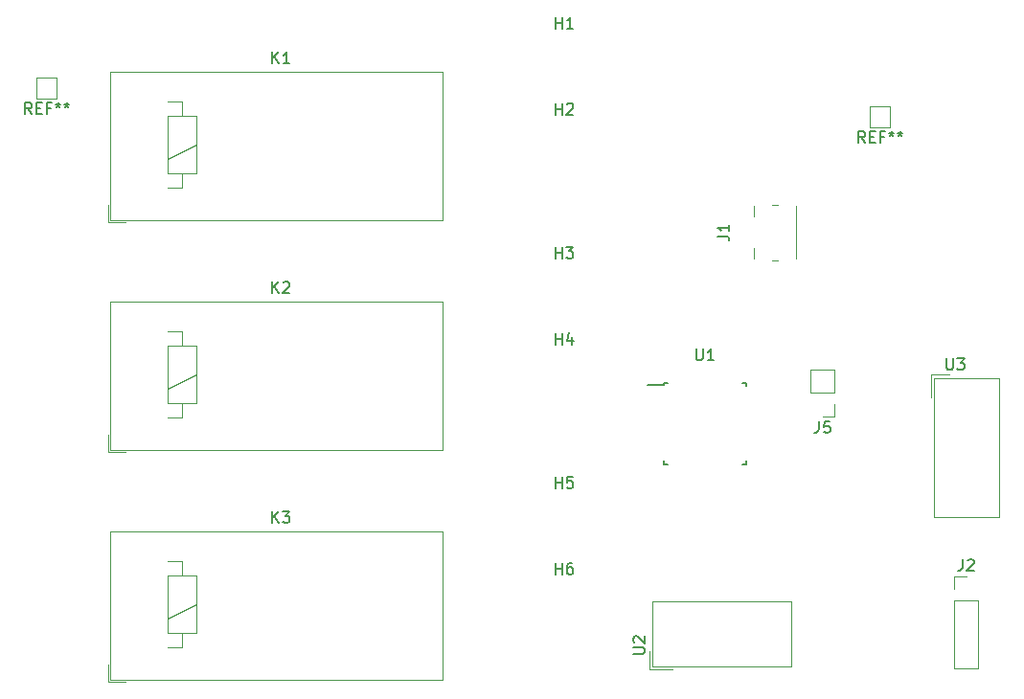
<source format=gbr>
%TF.GenerationSoftware,KiCad,Pcbnew,7.0.9*%
%TF.CreationDate,2023-12-03T00:18:19-03:00*%
%TF.ProjectId,E3,45332e6b-6963-4616-945f-706362585858,rev?*%
%TF.SameCoordinates,Original*%
%TF.FileFunction,Legend,Top*%
%TF.FilePolarity,Positive*%
%FSLAX46Y46*%
G04 Gerber Fmt 4.6, Leading zero omitted, Abs format (unit mm)*
G04 Created by KiCad (PCBNEW 7.0.9) date 2023-12-03 00:18:19*
%MOMM*%
%LPD*%
G01*
G04 APERTURE LIST*
%ADD10C,0.150000*%
%ADD11C,0.120000*%
%ADD12C,0.100000*%
G04 APERTURE END LIST*
D10*
X156146666Y-47974819D02*
X155813333Y-47498628D01*
X155575238Y-47974819D02*
X155575238Y-46974819D01*
X155575238Y-46974819D02*
X155956190Y-46974819D01*
X155956190Y-46974819D02*
X156051428Y-47022438D01*
X156051428Y-47022438D02*
X156099047Y-47070057D01*
X156099047Y-47070057D02*
X156146666Y-47165295D01*
X156146666Y-47165295D02*
X156146666Y-47308152D01*
X156146666Y-47308152D02*
X156099047Y-47403390D01*
X156099047Y-47403390D02*
X156051428Y-47451009D01*
X156051428Y-47451009D02*
X155956190Y-47498628D01*
X155956190Y-47498628D02*
X155575238Y-47498628D01*
X156575238Y-47451009D02*
X156908571Y-47451009D01*
X157051428Y-47974819D02*
X156575238Y-47974819D01*
X156575238Y-47974819D02*
X156575238Y-46974819D01*
X156575238Y-46974819D02*
X157051428Y-46974819D01*
X157813333Y-47451009D02*
X157480000Y-47451009D01*
X157480000Y-47974819D02*
X157480000Y-46974819D01*
X157480000Y-46974819D02*
X157956190Y-46974819D01*
X158480000Y-46974819D02*
X158480000Y-47212914D01*
X158241905Y-47117676D02*
X158480000Y-47212914D01*
X158480000Y-47212914D02*
X158718095Y-47117676D01*
X158337143Y-47403390D02*
X158480000Y-47212914D01*
X158480000Y-47212914D02*
X158622857Y-47403390D01*
X159241905Y-46974819D02*
X159241905Y-47212914D01*
X159003810Y-47117676D02*
X159241905Y-47212914D01*
X159241905Y-47212914D02*
X159480000Y-47117676D01*
X159099048Y-47403390D02*
X159241905Y-47212914D01*
X159241905Y-47212914D02*
X159384762Y-47403390D01*
X82486666Y-45434819D02*
X82153333Y-44958628D01*
X81915238Y-45434819D02*
X81915238Y-44434819D01*
X81915238Y-44434819D02*
X82296190Y-44434819D01*
X82296190Y-44434819D02*
X82391428Y-44482438D01*
X82391428Y-44482438D02*
X82439047Y-44530057D01*
X82439047Y-44530057D02*
X82486666Y-44625295D01*
X82486666Y-44625295D02*
X82486666Y-44768152D01*
X82486666Y-44768152D02*
X82439047Y-44863390D01*
X82439047Y-44863390D02*
X82391428Y-44911009D01*
X82391428Y-44911009D02*
X82296190Y-44958628D01*
X82296190Y-44958628D02*
X81915238Y-44958628D01*
X82915238Y-44911009D02*
X83248571Y-44911009D01*
X83391428Y-45434819D02*
X82915238Y-45434819D01*
X82915238Y-45434819D02*
X82915238Y-44434819D01*
X82915238Y-44434819D02*
X83391428Y-44434819D01*
X84153333Y-44911009D02*
X83820000Y-44911009D01*
X83820000Y-45434819D02*
X83820000Y-44434819D01*
X83820000Y-44434819D02*
X84296190Y-44434819D01*
X84820000Y-44434819D02*
X84820000Y-44672914D01*
X84581905Y-44577676D02*
X84820000Y-44672914D01*
X84820000Y-44672914D02*
X85058095Y-44577676D01*
X84677143Y-44863390D02*
X84820000Y-44672914D01*
X84820000Y-44672914D02*
X84962857Y-44863390D01*
X85581905Y-44434819D02*
X85581905Y-44672914D01*
X85343810Y-44577676D02*
X85581905Y-44672914D01*
X85581905Y-44672914D02*
X85820000Y-44577676D01*
X85439048Y-44863390D02*
X85581905Y-44672914D01*
X85581905Y-44672914D02*
X85724762Y-44863390D01*
X163338095Y-67074819D02*
X163338095Y-67884342D01*
X163338095Y-67884342D02*
X163385714Y-67979580D01*
X163385714Y-67979580D02*
X163433333Y-68027200D01*
X163433333Y-68027200D02*
X163528571Y-68074819D01*
X163528571Y-68074819D02*
X163719047Y-68074819D01*
X163719047Y-68074819D02*
X163814285Y-68027200D01*
X163814285Y-68027200D02*
X163861904Y-67979580D01*
X163861904Y-67979580D02*
X163909523Y-67884342D01*
X163909523Y-67884342D02*
X163909523Y-67074819D01*
X164290476Y-67074819D02*
X164909523Y-67074819D01*
X164909523Y-67074819D02*
X164576190Y-67455771D01*
X164576190Y-67455771D02*
X164719047Y-67455771D01*
X164719047Y-67455771D02*
X164814285Y-67503390D01*
X164814285Y-67503390D02*
X164861904Y-67551009D01*
X164861904Y-67551009D02*
X164909523Y-67646247D01*
X164909523Y-67646247D02*
X164909523Y-67884342D01*
X164909523Y-67884342D02*
X164861904Y-67979580D01*
X164861904Y-67979580D02*
X164814285Y-68027200D01*
X164814285Y-68027200D02*
X164719047Y-68074819D01*
X164719047Y-68074819D02*
X164433333Y-68074819D01*
X164433333Y-68074819D02*
X164338095Y-68027200D01*
X164338095Y-68027200D02*
X164290476Y-67979580D01*
X135654819Y-93201904D02*
X136464342Y-93201904D01*
X136464342Y-93201904D02*
X136559580Y-93154285D01*
X136559580Y-93154285D02*
X136607200Y-93106666D01*
X136607200Y-93106666D02*
X136654819Y-93011428D01*
X136654819Y-93011428D02*
X136654819Y-92820952D01*
X136654819Y-92820952D02*
X136607200Y-92725714D01*
X136607200Y-92725714D02*
X136559580Y-92678095D01*
X136559580Y-92678095D02*
X136464342Y-92630476D01*
X136464342Y-92630476D02*
X135654819Y-92630476D01*
X135750057Y-92201904D02*
X135702438Y-92154285D01*
X135702438Y-92154285D02*
X135654819Y-92059047D01*
X135654819Y-92059047D02*
X135654819Y-91820952D01*
X135654819Y-91820952D02*
X135702438Y-91725714D01*
X135702438Y-91725714D02*
X135750057Y-91678095D01*
X135750057Y-91678095D02*
X135845295Y-91630476D01*
X135845295Y-91630476D02*
X135940533Y-91630476D01*
X135940533Y-91630476D02*
X136083390Y-91678095D01*
X136083390Y-91678095D02*
X136654819Y-92249523D01*
X136654819Y-92249523D02*
X136654819Y-91630476D01*
X141218095Y-66234819D02*
X141218095Y-67044342D01*
X141218095Y-67044342D02*
X141265714Y-67139580D01*
X141265714Y-67139580D02*
X141313333Y-67187200D01*
X141313333Y-67187200D02*
X141408571Y-67234819D01*
X141408571Y-67234819D02*
X141599047Y-67234819D01*
X141599047Y-67234819D02*
X141694285Y-67187200D01*
X141694285Y-67187200D02*
X141741904Y-67139580D01*
X141741904Y-67139580D02*
X141789523Y-67044342D01*
X141789523Y-67044342D02*
X141789523Y-66234819D01*
X142789523Y-67234819D02*
X142218095Y-67234819D01*
X142503809Y-67234819D02*
X142503809Y-66234819D01*
X142503809Y-66234819D02*
X142408571Y-66377676D01*
X142408571Y-66377676D02*
X142313333Y-66472914D01*
X142313333Y-66472914D02*
X142218095Y-66520533D01*
X103751905Y-81604819D02*
X103751905Y-80604819D01*
X104323333Y-81604819D02*
X103894762Y-81033390D01*
X104323333Y-80604819D02*
X103751905Y-81176247D01*
X104656667Y-80604819D02*
X105275714Y-80604819D01*
X105275714Y-80604819D02*
X104942381Y-80985771D01*
X104942381Y-80985771D02*
X105085238Y-80985771D01*
X105085238Y-80985771D02*
X105180476Y-81033390D01*
X105180476Y-81033390D02*
X105228095Y-81081009D01*
X105228095Y-81081009D02*
X105275714Y-81176247D01*
X105275714Y-81176247D02*
X105275714Y-81414342D01*
X105275714Y-81414342D02*
X105228095Y-81509580D01*
X105228095Y-81509580D02*
X105180476Y-81557200D01*
X105180476Y-81557200D02*
X105085238Y-81604819D01*
X105085238Y-81604819D02*
X104799524Y-81604819D01*
X104799524Y-81604819D02*
X104704286Y-81557200D01*
X104704286Y-81557200D02*
X104656667Y-81509580D01*
X103751905Y-61284819D02*
X103751905Y-60284819D01*
X104323333Y-61284819D02*
X103894762Y-60713390D01*
X104323333Y-60284819D02*
X103751905Y-60856247D01*
X104704286Y-60380057D02*
X104751905Y-60332438D01*
X104751905Y-60332438D02*
X104847143Y-60284819D01*
X104847143Y-60284819D02*
X105085238Y-60284819D01*
X105085238Y-60284819D02*
X105180476Y-60332438D01*
X105180476Y-60332438D02*
X105228095Y-60380057D01*
X105228095Y-60380057D02*
X105275714Y-60475295D01*
X105275714Y-60475295D02*
X105275714Y-60570533D01*
X105275714Y-60570533D02*
X105228095Y-60713390D01*
X105228095Y-60713390D02*
X104656667Y-61284819D01*
X104656667Y-61284819D02*
X105275714Y-61284819D01*
X103751905Y-40964819D02*
X103751905Y-39964819D01*
X104323333Y-40964819D02*
X103894762Y-40393390D01*
X104323333Y-39964819D02*
X103751905Y-40536247D01*
X105275714Y-40964819D02*
X104704286Y-40964819D01*
X104990000Y-40964819D02*
X104990000Y-39964819D01*
X104990000Y-39964819D02*
X104894762Y-40107676D01*
X104894762Y-40107676D02*
X104799524Y-40202914D01*
X104799524Y-40202914D02*
X104704286Y-40250533D01*
X152066666Y-72634819D02*
X152066666Y-73349104D01*
X152066666Y-73349104D02*
X152019047Y-73491961D01*
X152019047Y-73491961D02*
X151923809Y-73587200D01*
X151923809Y-73587200D02*
X151780952Y-73634819D01*
X151780952Y-73634819D02*
X151685714Y-73634819D01*
X153019047Y-72634819D02*
X152542857Y-72634819D01*
X152542857Y-72634819D02*
X152495238Y-73111009D01*
X152495238Y-73111009D02*
X152542857Y-73063390D01*
X152542857Y-73063390D02*
X152638095Y-73015771D01*
X152638095Y-73015771D02*
X152876190Y-73015771D01*
X152876190Y-73015771D02*
X152971428Y-73063390D01*
X152971428Y-73063390D02*
X153019047Y-73111009D01*
X153019047Y-73111009D02*
X153066666Y-73206247D01*
X153066666Y-73206247D02*
X153066666Y-73444342D01*
X153066666Y-73444342D02*
X153019047Y-73539580D01*
X153019047Y-73539580D02*
X152971428Y-73587200D01*
X152971428Y-73587200D02*
X152876190Y-73634819D01*
X152876190Y-73634819D02*
X152638095Y-73634819D01*
X152638095Y-73634819D02*
X152542857Y-73587200D01*
X152542857Y-73587200D02*
X152495238Y-73539580D01*
X164766666Y-84834819D02*
X164766666Y-85549104D01*
X164766666Y-85549104D02*
X164719047Y-85691961D01*
X164719047Y-85691961D02*
X164623809Y-85787200D01*
X164623809Y-85787200D02*
X164480952Y-85834819D01*
X164480952Y-85834819D02*
X164385714Y-85834819D01*
X165195238Y-84930057D02*
X165242857Y-84882438D01*
X165242857Y-84882438D02*
X165338095Y-84834819D01*
X165338095Y-84834819D02*
X165576190Y-84834819D01*
X165576190Y-84834819D02*
X165671428Y-84882438D01*
X165671428Y-84882438D02*
X165719047Y-84930057D01*
X165719047Y-84930057D02*
X165766666Y-85025295D01*
X165766666Y-85025295D02*
X165766666Y-85120533D01*
X165766666Y-85120533D02*
X165719047Y-85263390D01*
X165719047Y-85263390D02*
X165147619Y-85834819D01*
X165147619Y-85834819D02*
X165766666Y-85834819D01*
X143124819Y-56248333D02*
X143839104Y-56248333D01*
X143839104Y-56248333D02*
X143981961Y-56295952D01*
X143981961Y-56295952D02*
X144077200Y-56391190D01*
X144077200Y-56391190D02*
X144124819Y-56534047D01*
X144124819Y-56534047D02*
X144124819Y-56629285D01*
X144124819Y-55248333D02*
X144124819Y-55819761D01*
X144124819Y-55534047D02*
X143124819Y-55534047D01*
X143124819Y-55534047D02*
X143267676Y-55629285D01*
X143267676Y-55629285D02*
X143362914Y-55724523D01*
X143362914Y-55724523D02*
X143410533Y-55819761D01*
X128778095Y-86154819D02*
X128778095Y-85154819D01*
X128778095Y-85631009D02*
X129349523Y-85631009D01*
X129349523Y-86154819D02*
X129349523Y-85154819D01*
X130254285Y-85154819D02*
X130063809Y-85154819D01*
X130063809Y-85154819D02*
X129968571Y-85202438D01*
X129968571Y-85202438D02*
X129920952Y-85250057D01*
X129920952Y-85250057D02*
X129825714Y-85392914D01*
X129825714Y-85392914D02*
X129778095Y-85583390D01*
X129778095Y-85583390D02*
X129778095Y-85964342D01*
X129778095Y-85964342D02*
X129825714Y-86059580D01*
X129825714Y-86059580D02*
X129873333Y-86107200D01*
X129873333Y-86107200D02*
X129968571Y-86154819D01*
X129968571Y-86154819D02*
X130159047Y-86154819D01*
X130159047Y-86154819D02*
X130254285Y-86107200D01*
X130254285Y-86107200D02*
X130301904Y-86059580D01*
X130301904Y-86059580D02*
X130349523Y-85964342D01*
X130349523Y-85964342D02*
X130349523Y-85726247D01*
X130349523Y-85726247D02*
X130301904Y-85631009D01*
X130301904Y-85631009D02*
X130254285Y-85583390D01*
X130254285Y-85583390D02*
X130159047Y-85535771D01*
X130159047Y-85535771D02*
X129968571Y-85535771D01*
X129968571Y-85535771D02*
X129873333Y-85583390D01*
X129873333Y-85583390D02*
X129825714Y-85631009D01*
X129825714Y-85631009D02*
X129778095Y-85726247D01*
X128778095Y-78534819D02*
X128778095Y-77534819D01*
X128778095Y-78011009D02*
X129349523Y-78011009D01*
X129349523Y-78534819D02*
X129349523Y-77534819D01*
X130301904Y-77534819D02*
X129825714Y-77534819D01*
X129825714Y-77534819D02*
X129778095Y-78011009D01*
X129778095Y-78011009D02*
X129825714Y-77963390D01*
X129825714Y-77963390D02*
X129920952Y-77915771D01*
X129920952Y-77915771D02*
X130159047Y-77915771D01*
X130159047Y-77915771D02*
X130254285Y-77963390D01*
X130254285Y-77963390D02*
X130301904Y-78011009D01*
X130301904Y-78011009D02*
X130349523Y-78106247D01*
X130349523Y-78106247D02*
X130349523Y-78344342D01*
X130349523Y-78344342D02*
X130301904Y-78439580D01*
X130301904Y-78439580D02*
X130254285Y-78487200D01*
X130254285Y-78487200D02*
X130159047Y-78534819D01*
X130159047Y-78534819D02*
X129920952Y-78534819D01*
X129920952Y-78534819D02*
X129825714Y-78487200D01*
X129825714Y-78487200D02*
X129778095Y-78439580D01*
X128778095Y-65834819D02*
X128778095Y-64834819D01*
X128778095Y-65311009D02*
X129349523Y-65311009D01*
X129349523Y-65834819D02*
X129349523Y-64834819D01*
X130254285Y-65168152D02*
X130254285Y-65834819D01*
X130016190Y-64787200D02*
X129778095Y-65501485D01*
X129778095Y-65501485D02*
X130397142Y-65501485D01*
X128778095Y-58214819D02*
X128778095Y-57214819D01*
X128778095Y-57691009D02*
X129349523Y-57691009D01*
X129349523Y-58214819D02*
X129349523Y-57214819D01*
X129730476Y-57214819D02*
X130349523Y-57214819D01*
X130349523Y-57214819D02*
X130016190Y-57595771D01*
X130016190Y-57595771D02*
X130159047Y-57595771D01*
X130159047Y-57595771D02*
X130254285Y-57643390D01*
X130254285Y-57643390D02*
X130301904Y-57691009D01*
X130301904Y-57691009D02*
X130349523Y-57786247D01*
X130349523Y-57786247D02*
X130349523Y-58024342D01*
X130349523Y-58024342D02*
X130301904Y-58119580D01*
X130301904Y-58119580D02*
X130254285Y-58167200D01*
X130254285Y-58167200D02*
X130159047Y-58214819D01*
X130159047Y-58214819D02*
X129873333Y-58214819D01*
X129873333Y-58214819D02*
X129778095Y-58167200D01*
X129778095Y-58167200D02*
X129730476Y-58119580D01*
X128778095Y-45514819D02*
X128778095Y-44514819D01*
X128778095Y-44991009D02*
X129349523Y-44991009D01*
X129349523Y-45514819D02*
X129349523Y-44514819D01*
X129778095Y-44610057D02*
X129825714Y-44562438D01*
X129825714Y-44562438D02*
X129920952Y-44514819D01*
X129920952Y-44514819D02*
X130159047Y-44514819D01*
X130159047Y-44514819D02*
X130254285Y-44562438D01*
X130254285Y-44562438D02*
X130301904Y-44610057D01*
X130301904Y-44610057D02*
X130349523Y-44705295D01*
X130349523Y-44705295D02*
X130349523Y-44800533D01*
X130349523Y-44800533D02*
X130301904Y-44943390D01*
X130301904Y-44943390D02*
X129730476Y-45514819D01*
X129730476Y-45514819D02*
X130349523Y-45514819D01*
X128778095Y-37894819D02*
X128778095Y-36894819D01*
X128778095Y-37371009D02*
X129349523Y-37371009D01*
X129349523Y-37894819D02*
X129349523Y-36894819D01*
X130349523Y-37894819D02*
X129778095Y-37894819D01*
X130063809Y-37894819D02*
X130063809Y-36894819D01*
X130063809Y-36894819D02*
X129968571Y-37037676D01*
X129968571Y-37037676D02*
X129873333Y-37132914D01*
X129873333Y-37132914D02*
X129778095Y-37180533D01*
D11*
%TO.C,REF\u002A\u002A*%
X158380000Y-44820000D02*
X158380000Y-44770000D01*
X158380000Y-44770000D02*
X156530000Y-44770000D01*
X158380000Y-46670000D02*
X158380000Y-44820000D01*
X156530000Y-46670000D02*
X158380000Y-46670000D01*
X156530000Y-44770000D02*
X156530000Y-46670000D01*
X84720000Y-42280000D02*
X84720000Y-42230000D01*
X84720000Y-42230000D02*
X82870000Y-42230000D01*
X84720000Y-44130000D02*
X84720000Y-42280000D01*
X82870000Y-44130000D02*
X84720000Y-44130000D01*
X82870000Y-42230000D02*
X82870000Y-44130000D01*
%TO.C,U3*%
X167980000Y-81060000D02*
X162220000Y-81060000D01*
X167980000Y-68800000D02*
X167980000Y-81060000D01*
X162230000Y-68800000D02*
X167970000Y-68800000D01*
X161940000Y-68520000D02*
X163550000Y-68520000D01*
X162220000Y-81060000D02*
X162220000Y-68810000D01*
X161940000Y-68520000D02*
X161940000Y-70520000D01*
%TO.C,U2*%
X149640000Y-88560000D02*
X149640000Y-94320000D01*
X137380000Y-88560000D02*
X149640000Y-88560000D01*
X137380000Y-94310000D02*
X137380000Y-88570000D01*
X137100000Y-94600000D02*
X137100000Y-92990000D01*
X149640000Y-94320000D02*
X137390000Y-94320000D01*
X137100000Y-94600000D02*
X139100000Y-94600000D01*
D10*
%TO.C,U1*%
X138355000Y-76455000D02*
X138680000Y-76455000D01*
X138355000Y-69205000D02*
X138355000Y-69430000D01*
X138355000Y-69205000D02*
X138680000Y-69205000D01*
X145605000Y-69205000D02*
X145280000Y-69205000D01*
X145605000Y-69205000D02*
X145605000Y-69530000D01*
X145605000Y-76455000D02*
X145605000Y-76130000D01*
X145605000Y-76455000D02*
X145280000Y-76455000D01*
X138355000Y-76455000D02*
X138355000Y-76130000D01*
X138355000Y-69430000D02*
X136930000Y-69430000D01*
D11*
%TO.C,K3*%
X89240000Y-95650000D02*
X90740000Y-95650000D01*
X97070000Y-86300000D02*
X94530000Y-86300000D01*
X97070000Y-91380000D02*
X97070000Y-86300000D01*
X95800000Y-91380000D02*
X97070000Y-91380000D01*
X118840000Y-95450000D02*
X118840000Y-82350000D01*
X89240000Y-94150000D02*
X89240000Y-95650000D01*
D12*
X94530000Y-90110000D02*
X97070000Y-88840000D01*
D11*
X95800000Y-92650000D02*
X95800000Y-91380000D01*
X118840000Y-82350000D02*
X89440000Y-82350000D01*
X89440000Y-95450000D02*
X118840000Y-95450000D01*
X89440000Y-82350000D02*
X89440000Y-95450000D01*
X94530000Y-86300000D02*
X94530000Y-91380000D01*
X94530000Y-92650000D02*
X95800000Y-92650000D01*
X95800000Y-86300000D02*
X95800000Y-85030000D01*
X95800000Y-85030000D02*
X94530000Y-85030000D01*
X94530000Y-91380000D02*
X95800000Y-91380000D01*
%TO.C,K2*%
X89240000Y-75330000D02*
X90740000Y-75330000D01*
X97070000Y-65980000D02*
X94530000Y-65980000D01*
X97070000Y-71060000D02*
X97070000Y-65980000D01*
X95800000Y-71060000D02*
X97070000Y-71060000D01*
X118840000Y-75130000D02*
X118840000Y-62030000D01*
X89240000Y-73830000D02*
X89240000Y-75330000D01*
D12*
X94530000Y-69790000D02*
X97070000Y-68520000D01*
D11*
X95800000Y-72330000D02*
X95800000Y-71060000D01*
X118840000Y-62030000D02*
X89440000Y-62030000D01*
X89440000Y-75130000D02*
X118840000Y-75130000D01*
X89440000Y-62030000D02*
X89440000Y-75130000D01*
X94530000Y-65980000D02*
X94530000Y-71060000D01*
X94530000Y-72330000D02*
X95800000Y-72330000D01*
X95800000Y-65980000D02*
X95800000Y-64710000D01*
X95800000Y-64710000D02*
X94530000Y-64710000D01*
X94530000Y-71060000D02*
X95800000Y-71060000D01*
%TO.C,K1*%
X89240000Y-55010000D02*
X90740000Y-55010000D01*
X97070000Y-45660000D02*
X94530000Y-45660000D01*
X97070000Y-50740000D02*
X97070000Y-45660000D01*
X95800000Y-50740000D02*
X97070000Y-50740000D01*
X118840000Y-54810000D02*
X118840000Y-41710000D01*
X89240000Y-53510000D02*
X89240000Y-55010000D01*
D12*
X94530000Y-49470000D02*
X97070000Y-48200000D01*
D11*
X95800000Y-52010000D02*
X95800000Y-50740000D01*
X118840000Y-41710000D02*
X89440000Y-41710000D01*
X89440000Y-54810000D02*
X118840000Y-54810000D01*
X89440000Y-41710000D02*
X89440000Y-54810000D01*
X94530000Y-45660000D02*
X94530000Y-50740000D01*
X94530000Y-52010000D02*
X95800000Y-52010000D01*
X95800000Y-45660000D02*
X95800000Y-44390000D01*
X95800000Y-44390000D02*
X94530000Y-44390000D01*
X94530000Y-50740000D02*
X95800000Y-50740000D01*
%TO.C,J5*%
X151340000Y-70120000D02*
X151340000Y-68060000D01*
X153460000Y-71120000D02*
X153460000Y-72180000D01*
X153460000Y-72180000D02*
X152400000Y-72180000D01*
X153460000Y-70120000D02*
X151340000Y-70120000D01*
X153460000Y-68060000D02*
X151340000Y-68060000D01*
X153460000Y-70120000D02*
X153460000Y-68060000D01*
%TO.C,J2*%
X166160000Y-88440000D02*
X166160000Y-94500000D01*
X164040000Y-88440000D02*
X166160000Y-88440000D01*
X164040000Y-86380000D02*
X165100000Y-86380000D01*
X164040000Y-94500000D02*
X166160000Y-94500000D01*
X164040000Y-87440000D02*
X164040000Y-86380000D01*
X164040000Y-88440000D02*
X164040000Y-94500000D01*
%TO.C,J1*%
X146320000Y-57340000D02*
X146320000Y-58265000D01*
X148445000Y-53465000D02*
X147895000Y-53465000D01*
X150020000Y-53565000D02*
X150020000Y-58265000D01*
X148445000Y-58365000D02*
X147895000Y-58365000D01*
X146320000Y-53565000D02*
X146320000Y-54490000D01*
%TD*%
M02*

</source>
